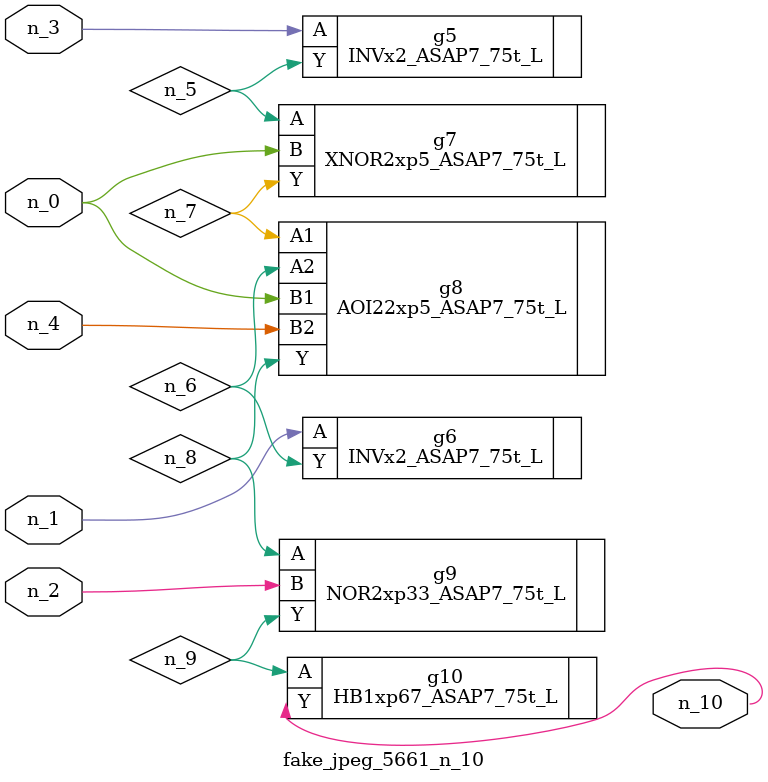
<source format=v>
module fake_jpeg_5661_n_10 (n_3, n_2, n_1, n_0, n_4, n_10);

input n_3;
input n_2;
input n_1;
input n_0;
input n_4;

output n_10;

wire n_8;
wire n_9;
wire n_6;
wire n_5;
wire n_7;

INVx2_ASAP7_75t_L g5 ( 
.A(n_3),
.Y(n_5)
);

INVx2_ASAP7_75t_L g6 ( 
.A(n_1),
.Y(n_6)
);

XNOR2xp5_ASAP7_75t_L g7 ( 
.A(n_5),
.B(n_0),
.Y(n_7)
);

AOI22xp5_ASAP7_75t_L g8 ( 
.A1(n_7),
.A2(n_6),
.B1(n_0),
.B2(n_4),
.Y(n_8)
);

NOR2xp33_ASAP7_75t_L g9 ( 
.A(n_8),
.B(n_2),
.Y(n_9)
);

HB1xp67_ASAP7_75t_L g10 ( 
.A(n_9),
.Y(n_10)
);


endmodule
</source>
